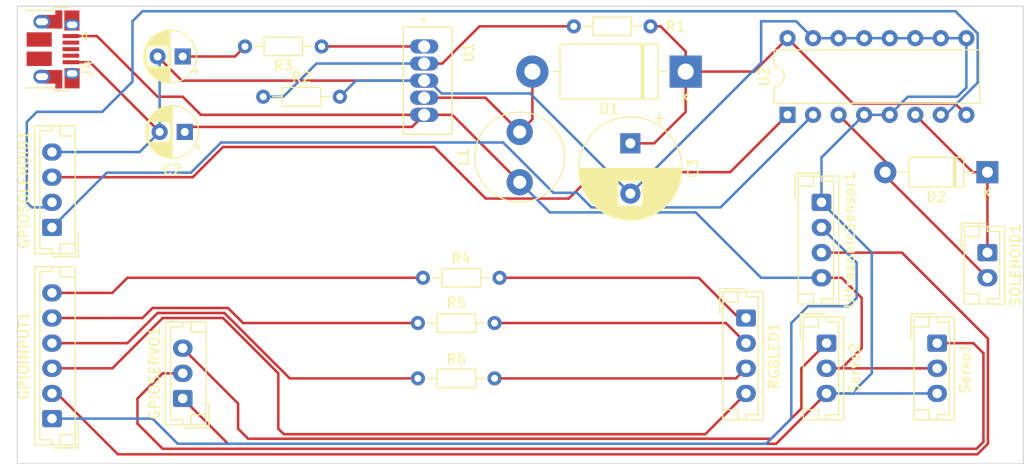
<source format=kicad_pcb>
(kicad_pcb (version 20240108) (generator "pcbnew") (generator_version "8.0")
  (layers (0 "F.Cu" signal) (31 "B.Cu" signal) (34 "B.Paste" user) (35 "F.Paste" user) (36 "B.SilkS" user "B.Silkscreen") (37 "F.SilkS" user "F.Silkscreen") (38 "B.Mask" user) (39 "F.Mask" user) (44 "Edge.Cuts" user))
  (net 0 "")
  (net 1 "+12V")
  (net 2 "Net-(D1-A)")
  (net 3 "Net-(C1-Pad1)")
  (net 4 "+5V")
  (net 5 "Net-(U1-FEEDBACK)")
  (net 6 "Net-(U1-COMP)")
  (net 7 "GND")
  (net 8 "Net-(D2-K)")
  (net 9 "Net-(D2-A)")
  (net 10 "Net-(GPIOSOLENOID1-Pin_2)")
  (net 11 "Net-(GPIOSOLENOID1-Pin_3)")
  (net 12 "Net-(GPIOSOLENOID1-Pin_1)")
  (net 17 "Net-(RGBLED1-Pin_2)")
  (net 18 "Net-(RGBLED1-Pin_1)")
  (net 19 "Net-(GPIOINPUT1-Pin_2)")
  (net 20 "Net-(GPIOINPUT1-Pin_3)")
  (net 21 "Net-(GPIOINPUT1-Pin_4)")
  (net 22 "Net-(GPIOINPUT1-Pin_5)")
  (net 23 "Net-(GPIOINPUT1-Pin_1)")
  (net 24 "Net-(GPIOINPUT1-Pin_6)")
  (net 25 "Net-(GPIOSERVO1-Pin_2)")
  (net 26 "Net-(GPIOSERVO1-Pin_3)")
  (net 27 "Net-(RGBLED1-Pin_3)")
  (footprint "Inductor_THT:L_Radial_D8.7mm_P5.00mm_Fastron_07HCP" (layer "F.Cu") (at 74.5 39.5 90)
    (property "Reference" "L1" (at 2.5 -5.6 -90) (layer "F.SilkS"))
    (property "Value" "100u")
    (pad "1" thru_hole circle (at 0 0 90) (size 2.6 2.6) (drill 1.3) (layers "*.Cu" "*.Mask") (net 4 "+5V"))
    (pad "2" thru_hole circle (at 5 0 90) (size 2.6 2.6) (drill 1.3) (layers "*.Cu" "*.Mask") (net 2 "Net-(D1-A)"))
  )
  (footprint "Connector_JST:JST_EH_B3B-EH-A_1x03_P2.50mm_Vertical" (layer "F.Cu") (at 41 61 90)
    (property "Reference" "GPIOSERVO1" (at 2.5 -2.8 -90) (layer "F.SilkS"))
    (property "Value" "Conn_01x03_Pin")
    (pad "1" thru_hole roundrect (at 0 0 90) (size 1.7 1.95) (drill 0.95) (layers "*.Cu" "*.Mask") (roundrect_rratio 0.147059) (net 7 "GND"))
    (pad "2" thru_hole oval (at 2.5 0 90) (size 1.7 1.95) (drill 0.95) (layers "*.Cu" "*.Mask") (net 25 "Net-(GPIOSERVO1-Pin_2)"))
    (pad "3" thru_hole oval (at 5 0 90) (size 1.7 1.95) (drill 0.95) (layers "*.Cu" "*.Mask") (net 26 "Net-(GPIOSERVO1-Pin_3)"))
  )
  (footprint "Capacitor_THT:CP_Radial_D5.0mm_P2.50mm" (layer "F.Cu") (at 41.205113 34.5 180)
    (property "Reference" "C2" (at 1.25 -3.75 180) (layer "F.SilkS"))
    (property "Value" "0.1u")
    (pad "1" thru_hole rect (at 0 0 180) (size 1.6 1.6) (drill 0.8) (layers "*.Cu" "*.Mask") (net 4 "+5V"))
    (pad "2" thru_hole circle (at 2.5 0 180) (size 1.6 1.6) (drill 0.8) (layers "*.Cu" "*.Mask") (net 7 "GND"))
  )
  (footprint "Diode_THT:D_DO-201AD_P15.24mm_Horizontal" (layer "F.Cu") (at 91 28.5 180)
    (property "Reference" "D1" (at 7.62 -3.72 180) (layer "F.SilkS"))
    (property "Value" "1N5821")
    (fp_text user "K" (at 0 -2.6 180) (layer "F.SilkS"))
    (pad "1" thru_hole rect (at 0 0 180) (size 3.2 3.2) (drill 1.6) (layers "*.Cu" "*.Mask") (net 1 "+12V"))
    (pad "2" thru_hole oval (at 15.24 0 180) (size 3.2 3.2) (drill 1.6) (layers "*.Cu" "*.Mask") (net 2 "Net-(D1-A)"))
  )
  (footprint "Diode_THT:D_DO-41_SOD81_P10.16mm_Horizontal" (layer "F.Cu") (at 121 38.5 180)
    (property "Reference" "D2" (at 5.08 -2.47 180) (layer "F.SilkS"))
    (property "Value" "1N4001")
    (fp_text user "K" (at 0 -2.1 180) (layer "F.SilkS"))
    (pad "1" thru_hole rect (at 0 0 180) (size 2.2 2.2) (drill 1.1) (layers "*.Cu" "*.Mask") (net 8 "Net-(D2-K)"))
    (pad "2" thru_hole oval (at 10.16 0 180) (size 2.2 2.2) (drill 1.1) (layers "*.Cu" "*.Mask") (net 9 "Net-(D2-A)"))
  )
  (footprint "Resistor_THT:R_Axial_DIN0204_L3.6mm_D1.6mm_P7.62mm_Horizontal" (layer "F.Cu") (at 64.38 59)
    (property "Reference" "R6" (at 3.81 -1.92 0) (layer "F.SilkS"))
    (property "Value" "200")
    (pad "1" thru_hole circle (at 0 0) (size 1.4 1.4) (drill 0.7) (layers "*.Cu" "*.Mask") (net 21 "Net-(GPIOINPUT1-Pin_4)"))
    (pad "2" thru_hole oval (at 7.62 0) (size 1.4 1.4) (drill 0.7) (layers "*.Cu" "*.Mask") (net 27 "Net-(RGBLED1-Pin_3)"))
  )
  (footprint "Connector_USB:USB_Micro-B_Amphenol_10103594-0001LF_Horizontal" (layer "F.Cu") (at 28.115 26.295 -90)
    (property "Reference" "J4" (at 1.925 -3.365 90) (layer "F.SilkS"))
    (property "Value" "USB_B_Micro")
    (pad "1" smd rect (at -1.325 -1.765) (size 1.65 0.4) (layers "F.Cu" "F.Paste" "F.Mask") (net 4 "+5V"))
    (pad "2" smd rect (at -0.675 -1.765) (size 1.65 0.4) (layers "F.Cu" "F.Paste" "F.Mask"))
    (pad "3" smd rect (at -0.025 -1.765) (size 1.65 0.4) (layers "F.Cu" "F.Paste" "F.Mask"))
    (pad "4" smd rect (at 0.625 -1.765) (size 1.65 0.4) (layers "F.Cu" "F.Paste" "F.Mask"))
    (pad "5" smd rect (at 1.275 -1.765) (size 1.65 0.4) (layers "F.Cu" "F.Paste" "F.Mask") (net 7 "GND"))
    (pad "6" smd rect (at -2.975 -0.565 270) (size 1.825 0.7) (layers "F.Cu" "F.Paste" "F.Mask"))
    (pad "6" smd rect (at -2.875 -1.865 270) (size 2 1.5) (layers "F.Cu" "F.Paste" "F.Mask"))
    (pad "6" smd rect (at -2.755 0.185 270) (size 1.35 2) (layers "F.Cu" "F.Paste" "F.Mask"))
    (pad "6" thru_hole oval (at -2.755 1.115) (size 1.7 1.35) (drill oval 1.2 0.7) (layers "*.Cu" "*.Mask"))
    (pad "6" thru_hole oval (at -2.445 -1.885) (size 1.5 1.1) (drill oval 1.05 0.65) (layers "*.Cu" "*.Mask"))
    (pad "6" smd rect (at -0.985 1.385) (size 2.5 1.43) (layers "F.Cu" "F.Paste" "F.Mask"))
    (pad "6" smd rect (at 0.935 1.385) (size 2.5 1.43) (layers "F.Cu" "F.Paste" "F.Mask"))
    (pad "6" thru_hole oval (at 2.395 -1.885) (size 1.5 1.1) (drill oval 1.05 0.65) (layers "*.Cu" "*.Mask"))
    (pad "6" thru_hole oval (at 2.705 1.115) (size 1.7 1.35) (drill oval 1.2 0.7) (layers "*.Cu" "*.Mask"))
    (pad "6" smd rect (at 2.725 0.185 270) (size 1.35 2) (layers "F.Cu" "F.Paste" "F.Mask"))
    (pad "6" smd rect (at 2.875 -1.885 270) (size 2 1.5) (layers "F.Cu" "F.Paste" "F.Mask"))
    (pad "6" smd rect (at 2.975 -0.565 270) (size 1.825 0.7) (layers "F.Cu" "F.Paste" "F.Mask"))
  )
  (footprint "Capacitor_THT:CP_Radial_D5.0mm_P2.50mm" (layer "F.Cu") (at 41 27 180)
    (property "Reference" "C1" (hide yes))
    (property "Value" "0.33u")
    (pad "1" thru_hole rect (at 0 0 180) (size 1.6 1.6) (drill 0.8) (layers "*.Cu" "*.Mask") (net 3 "Net-(C1-Pad1)"))
    (pad "2" thru_hole circle (at 2.5 0 180) (size 1.6 1.6) (drill 0.8) (layers "*.Cu" "*.Mask") (net 7 "GND"))
  )
  (footprint "Resistor_THT:R_Axial_DIN0204_L3.6mm_D1.6mm_P7.62mm_Horizontal" (layer "F.Cu") (at 72 53.5 180)
    (property "Reference" "R5" (at 3.81 2 180) (layer "F.SilkS"))
    (property "Value" "200")
    (pad "1" thru_hole circle (at 0 0 180) (size 1.4 1.4) (drill 0.7) (layers "*.Cu" "*.Mask") (net 17 "Net-(RGBLED1-Pin_2)"))
    (pad "2" thru_hole oval (at 7.62 0 180) (size 1.4 1.4) (drill 0.7) (layers "*.Cu" "*.Mask") (net 22 "Net-(GPIOINPUT1-Pin_5)"))
  )
  (footprint "Connector_JST:JST_EH_B4B-EH-A_1x04_P2.50mm_Vertical" (layer "F.Cu") (at 28 44 90)
    (property "Reference" "GPIOSOLENOID1" (at 3.75 -2.8 270) (layer "F.SilkS"))
    (property "Value" "GPIOSOLENOID")
    (pad "1" thru_hole roundrect (at 0 0 90) (size 1.7 1.95) (drill 0.95) (layers "*.Cu" "*.Mask") (roundrect_rratio 0.147059) (net 12 "Net-(GPIOSOLENOID1-Pin_1)"))
    (pad "2" thru_hole oval (at 2.5 0 90) (size 1.7 1.95) (drill 0.95) (layers "*.Cu" "*.Mask") (net 10 "Net-(GPIOSOLENOID1-Pin_2)"))
    (pad "3" thru_hole oval (at 5 0 90) (size 1.7 1.95) (drill 0.95) (layers "*.Cu" "*.Mask") (net 11 "Net-(GPIOSOLENOID1-Pin_3)"))
    (pad "4" thru_hole oval (at 7.5 0 90) (size 1.7 1.95) (drill 0.95) (layers "*.Cu" "*.Mask") (net 7 "GND"))
  )
  (footprint "Connector_JST:JST_EH_B4B-EH-A_1x04_P2.50mm_Vertical" (layer "F.Cu") (at 104.5 41.5 -90)
    (property "Reference" "UltrasonicSensor1" (at 3.75 -2.8 90) (layer "F.SilkS"))
    (property "Value" "Conn_01x04_Pin")
    (pad "1" thru_hole roundrect (at 0 0 270) (size 1.7 1.95) (drill 0.95) (layers "*.Cu" "*.Mask") (roundrect_rratio 0.147059) (net 7 "GND"))
    (pad "2" thru_hole oval (at 2.5 0 270) (size 1.7 1.95) (drill 0.95) (layers "*.Cu" "*.Mask") (net 23 "Net-(GPIOINPUT1-Pin_1)"))
    (pad "3" thru_hole oval (at 5 0 270) (size 1.7 1.95) (drill 0.95) (layers "*.Cu" "*.Mask") (net 19 "Net-(GPIOINPUT1-Pin_2)"))
    (pad "4" thru_hole oval (at 7.5 0 270) (size 1.7 1.95) (drill 0.95) (layers "*.Cu" "*.Mask") (net 4 "+5V"))
  )
  (footprint "Connector_JST:JST_EH_B3B-EH-A_1x03_P2.50mm_Vertical" (layer "F.Cu") (at 116 55.5 -90)
    (property "Reference" "Servo1" (at 2.5 -2.8 90) (layer "F.SilkS"))
    (property "Value" "Conn_01x03_Pin")
    (pad "1" thru_hole roundrect (at 0 0 270) (size 1.7 1.95) (drill 0.95) (layers "*.Cu" "*.Mask") (roundrect_rratio 0.147059) (net 25 "Net-(GPIOSERVO1-Pin_2)"))
    (pad "2" thru_hole oval (at 2.5 0 270) (size 1.7 1.95) (drill 0.95) (layers "*.Cu" "*.Mask") (net 4 "+5V"))
    (pad "3" thru_hole oval (at 5 0 270) (size 1.7 1.95) (drill 0.95) (layers "*.Cu" "*.Mask") (net 7 "GND"))
  )
  (footprint "Resistor_THT:R_Axial_DIN0204_L3.6mm_D1.6mm_P7.62mm_Horizontal" (layer "F.Cu") (at 54.81 26 180)
    (property "Reference" "R3" (at 3.81 -1.92 180) (layer "F.SilkS"))
    (property "Value" "2.2k")
    (pad "1" thru_hole circle (at 0 0 180) (size 1.4 1.4) (drill 0.7) (layers "*.Cu" "*.Mask") (net 6 "Net-(U1-COMP)"))
    (pad "2" thru_hole oval (at 7.62 0 180) (size 1.4 1.4) (drill 0.7) (layers "*.Cu" "*.Mask") (net 3 "Net-(C1-Pad1)"))
  )
  (footprint "Connector_JST:JST_EH_B6B-EH-A_1x06_P2.50mm_Vertical" (layer "F.Cu") (at 28 63 90)
    (property "Reference" "GPIOINPUT1" (at 6.25 -2.8 -90) (layer "F.SilkS"))
    (property "Value" "Conn_01x06_Pin")
    (pad "1" thru_hole roundrect (at 0 0 90) (size 1.7 1.95) (drill 0.95) (layers "*.Cu" "*.Mask") (roundrect_rratio 0.147059) (net 23 "Net-(GPIOINPUT1-Pin_1)"))
    (pad "2" thru_hole oval (at 2.5 0 90) (size 1.7 1.95) (drill 0.95) (layers "*.Cu" "*.Mask") (net 19 "Net-(GPIOINPUT1-Pin_2)"))
    (pad "3" thru_hole oval (at 5 0 90) (size 1.7 1.95) (drill 0.95) (layers "*.Cu" "*.Mask") (net 20 "Net-(GPIOINPUT1-Pin_3)"))
    (pad "4" thru_hole oval (at 7.5 0 90) (size 1.7 1.95) (drill 0.95) (layers "*.Cu" "*.Mask") (net 21 "Net-(GPIOINPUT1-Pin_4)"))
    (pad "5" thru_hole oval (at 10 0 90) (size 1.7 1.95) (drill 0.95) (layers "*.Cu" "*.Mask") (net 22 "Net-(GPIOINPUT1-Pin_5)"))
    (pad "6" thru_hole oval (at 12.5 0 90) (size 1.7 1.95) (drill 0.95) (layers "*.Cu" "*.Mask") (net 24 "Net-(GPIOINPUT1-Pin_6)"))
  )
  (footprint "Connector_JST:JST_EH_B3B-EH-A_1x03_P2.50mm_Vertical" (layer "F.Cu") (at 105 55.5 -90)
    (property "Reference" "Servo2" (at 2.5 -2.8 90) (layer "F.SilkS"))
    (property "Value" "Conn_01x03_Pin")
    (pad "1" thru_hole roundrect (at 0 0 270) (size 1.7 1.95) (drill 0.95) (layers "*.Cu" "*.Mask") (roundrect_rratio 0.147059) (net 26 "Net-(GPIOSERVO1-Pin_3)"))
    (pad "2" thru_hole oval (at 2.5 0 270) (size 1.7 1.95) (drill 0.95) (layers "*.Cu" "*.Mask") (net 4 "+5V"))
    (pad "3" thru_hole oval (at 5 0 270) (size 1.7 1.95) (drill 0.95) (layers "*.Cu" "*.Mask") (net 7 "GND"))
  )
  (footprint "Capacitor_THT:CP_Radial_D10.0mm_P5.00mm" (layer "F.Cu") (at 85.5 35.632323 -90)
    (property "Reference" "C3" (at 2.5 -6.25 90) (layer "F.SilkS"))
    (property "Value" "680u")
    (pad "1" thru_hole rect (at 0 0 270) (size 2 2) (drill 1) (layers "*.Cu" "*.Mask") (net 1 "+12V"))
    (pad "2" thru_hole circle (at 5 0 270) (size 2 2) (drill 1) (layers "*.Cu" "*.Mask") (net 7 "GND"))
  )
  (footprint "Connector_JST:JST_EH_B4B-EH-A_1x04_P2.50mm_Vertical" (layer "F.Cu") (at 97 53 -90)
    (property "Reference" "RGBLED1" (at 3.75 -2.8 90) (layer "F.SilkS"))
    (property "Value" "Conn_01x04_Pin")
    (pad "1" thru_hole roundrect (at 0 0 270) (size 1.7 1.95) (drill 0.95) (layers "*.Cu" "*.Mask") (roundrect_rratio 0.147059) (net 18 "Net-(RGBLED1-Pin_1)"))
    (pad "2" thru_hole oval (at 2.5 0 270) (size 1.7 1.95) (drill 0.95) (layers "*.Cu" "*.Mask") (net 17 "Net-(RGBLED1-Pin_2)"))
    (pad "3" thru_hole oval (at 5 0 270) (size 1.7 1.95) (drill 0.95) (layers "*.Cu" "*.Mask") (net 27 "Net-(RGBLED1-Pin_3)"))
    (pad "4" thru_hole oval (at 7.5 0 270) (size 1.7 1.95) (drill 0.95) (layers "*.Cu" "*.Mask") (net 20 "Net-(GPIOINPUT1-Pin_3)"))
  )
  (footprint "Kicad:VREG_LM2577T-ADJ_NOPB" (layer "F.Cu") (at 65 26 -90)
    (property "Reference" "U1" (at 0.60563 -4.38938 90) (layer "F.SilkS"))
    (property "Value" "LM2577T-ADJ_NOPB")
    (pad "1" thru_hole oval (at 0 0 270) (size 1.4 2.8) (drill 1.2) (layers "*.Cu" "*.Mask") (net 6 "Net-(U1-COMP)"))
    (pad "2" thru_hole oval (at 1.7 0 270) (size 1.4 2.8) (drill 1.2) (layers "*.Cu" "*.Mask") (net 5 "Net-(U1-FEEDBACK)"))
    (pad "3" thru_hole oval (at 3.4 0 270) (size 1.4 2.8) (drill 1.2) (layers "*.Cu" "*.Mask") (net 7 "GND"))
    (pad "4" thru_hole oval (at 5.1 0 270) (size 1.4 2.8) (drill 1.2) (layers "*.Cu" "*.Mask") (net 2 "Net-(D1-A)"))
    (pad "5" thru_hole oval (at 6.8 0 270) (size 1.4 2.8) (drill 1.2) (layers "*.Cu" "*.Mask") (net 4 "+5V"))
  )
  (footprint "Resistor_THT:R_Axial_DIN0204_L3.6mm_D1.6mm_P7.62mm_Horizontal" (layer "F.Cu") (at 87.5 24 180)
    (property "Reference" "R1" (at -2.5 0 180) (layer "F.SilkS"))
    (property "Value" "17.4k")
    (pad "1" thru_hole circle (at 0 0 180) (size 1.4 1.4) (drill 0.7) (layers "*.Cu" "*.Mask") (net 1 "+12V"))
    (pad "2" thru_hole oval (at 7.62 0 180) (size 1.4 1.4) (drill 0.7) (layers "*.Cu" "*.Mask") (net 5 "Net-(U1-FEEDBACK)"))
  )
  (footprint "Resistor_THT:R_Axial_DIN0204_L3.6mm_D1.6mm_P7.62mm_Horizontal" (layer "F.Cu") (at 49 31)
    (property "Reference" "R2" (at 3.81 -1.92 0) (layer "F.SilkS"))
    (property "Value" "2k")
    (pad "1" thru_hole circle (at 0 0) (size 1.4 1.4) (drill 0.7) (layers "*.Cu" "*.Mask") (net 5 "Net-(U1-FEEDBACK)"))
    (pad "2" thru_hole oval (at 7.62 0) (size 1.4 1.4) (drill 0.7) (layers "*.Cu" "*.Mask") (net 7 "GND"))
  )
  (footprint "Package_DIP:DIP-16_W7.62mm" (layer "F.Cu") (at 101.125 32.8 90)
    (property "Reference" "U2" (at 3.81 -2.33 -90) (layer "F.SilkS"))
    (property "Value" "L293D")
    (pad "1" thru_hole rect (at 0 0 90) (size 1.6 1.6) (drill 0.8) (layers "*.Cu" "*.Mask") (net 11 "Net-(GPIOSOLENOID1-Pin_3)"))
    (pad "2" thru_hole oval (at 0 2.54 90) (size 1.6 1.6) (drill 0.8) (layers "*.Cu" "*.Mask") (net 12 "Net-(GPIOSOLENOID1-Pin_1)"))
    (pad "3" thru_hole oval (at 0 5.08 90) (size 1.6 1.6) (drill 0.8) (layers "*.Cu" "*.Mask") (net 9 "Net-(D2-A)"))
    (pad "4" thru_hole oval (at 0 7.62 90) (size 1.6 1.6) (drill 0.8) (layers "*.Cu" "*.Mask") (net 7 "GND"))
    (pad "5" thru_hole oval (at 0 10.16 90) (size 1.6 1.6) (drill 0.8) (layers "*.Cu" "*.Mask") (net 7 "GND"))
    (pad "6" thru_hole oval (at 0 12.7 90) (size 1.6 1.6) (drill 0.8) (layers "*.Cu" "*.Mask") (net 8 "Net-(D2-K)"))
    (pad "7" thru_hole oval (at 0 15.24 90) (size 1.6 1.6) (drill 0.8) (layers "*.Cu" "*.Mask") (net 10 "Net-(GPIOSOLENOID1-Pin_2)"))
    (pad "8" thru_hole oval (at 0 17.78 90) (size 1.6 1.6) (drill 0.8) (layers "*.Cu" "*.Mask") (net 1 "+12V"))
    (pad "9" thru_hole oval (at 7.62 17.78 90) (size 1.6 1.6) (drill 0.8) (layers "*.Cu" "*.Mask") (net 7 "GND"))
    (pad "10" thru_hole oval (at 7.62 15.24 90) (size 1.6 1.6) (drill 0.8) (layers "*.Cu" "*.Mask") (net 7 "GND"))
    (pad "11" thru_hole oval (at 7.62 12.7 90) (size 1.6 1.6) (drill 0.8) (layers "*.Cu" "*.Mask") (net 7 "GND"))
    (pad "12" thru_hole oval (at 7.62 10.16 90) (size 1.6 1.6) (drill 0.8) (layers "*.Cu" "*.Mask") (net 7 "GND"))
    (pad "13" thru_hole oval (at 7.62 7.62 90) (size 1.6 1.6) (drill 0.8) (layers "*.Cu" "*.Mask") (net 7 "GND"))
    (pad "14" thru_hole oval (at 7.62 5.08 90) (size 1.6 1.6) (drill 0.8) (layers "*.Cu" "*.Mask") (net 7 "GND"))
    (pad "15" thru_hole oval (at 7.62 2.54 90) (size 1.6 1.6) (drill 0.8) (layers "*.Cu" "*.Mask") (net 7 "GND"))
    (pad "16" thru_hole oval (at 7.62 0 90) (size 1.6 1.6) (drill 0.8) (layers "*.Cu" "*.Mask") (net 1 "+12V"))
  )
  (footprint "Resistor_THT:R_Axial_DIN0204_L3.6mm_D1.6mm_P7.62mm_Horizontal" (layer "F.Cu") (at 64.88 49)
    (property "Reference" "R4" (at 3.81 -1.92 0) (layer "F.SilkS"))
    (property "Value" "200")
    (pad "1" thru_hole circle (at 0 0) (size 1.4 1.4) (drill 0.7) (layers "*.Cu" "*.Mask") (net 24 "Net-(GPIOINPUT1-Pin_6)"))
    (pad "2" thru_hole oval (at 7.62 0) (size 1.4 1.4) (drill 0.7) (layers "*.Cu" "*.Mask") (net 18 "Net-(RGBLED1-Pin_1)"))
  )
  (footprint "Connector_JST:JST_EH_B2B-EH-A_1x02_P2.50mm_Vertical" (layer "F.Cu") (at 121 46.5 -90)
    (property "Reference" "SOLENOID1" (at 1.25 -2.8 90) (layer "F.SilkS"))
    (property "Value" "Conn")
    (pad "1" thru_hole roundrect (at 0 0 270) (size 1.7 2) (drill 1) (layers "*.Cu" "*.Mask") (roundrect_rratio 0.147059) (net 8 "Net-(D2-K)"))
    (pad "2" thru_hole oval (at 2.5 0 270) (size 1.7 2) (drill 1) (layers "*.Cu" "*.Mask") (net 9 "Net-(D2-A)"))
  )
  (gr_rect (start 24.56 22) (end 124.56 67.5) (stroke (width 0.1)) (fill none) (layer "Edge.Cuts"))
  (segment (start 91 28.5) (end 91 26.5) (width 0.25) (layer "F.Cu") (net 1))
  (segment (start 118.905 32.8) (end 117.78 31.675) (width 0.25) (layer "F.Cu") (net 1))
  (segment (start 91 28.5) (end 97.805 28.5) (width 0.25) (layer "F.Cu") (net 1))
  (segment (start 85.5 35.632323) (end 87.867677 35.632323) (width 0.25) (layer "F.Cu") (net 1))
  (segment (start 97.805 28.5) (end 101.125 25.18) (width 0.25) (layer "F.Cu") (net 1))
  (segment (start 87.867677 35.632323) (end 91 32.5) (width 0.25) (layer "F.Cu") (net 1))
  (segment (start 88.5 24) (end 87.5 24) (width 0.25) (layer "F.Cu") (net 1))
  (segment (start 117.78 31.675) (end 107.62 31.675) (width 0.25) (layer "F.Cu") (net 1))
  (segment (start 107.62 31.675) (end 101.125 25.18) (width 0.25) (layer "F.Cu") (net 1))
  (segment (start 91 32.5) (end 91 28.5) (width 0.25) (layer "F.Cu") (net 1))
  (segment (start 91 26.5) (end 88.5 24) (width 0.25) (layer "F.Cu") (net 1))
  (segment (start 71.1 31.1) (end 65 31.1) (width 0.25) (layer "F.Cu") (net 2))
  (segment (start 75.76 28.5) (end 75.76 33.24) (width 0.25) (layer "F.Cu") (net 2))
  (segment (start 74.5 34.5) (end 71.1 31.1) (width 0.25) (layer "F.Cu") (net 2))
  (segment (start 75.76 33.24) (end 74.5 34.5) (width 0.25) (layer "F.Cu") (net 2))
  (segment (start 41 27) (end 46.19 27) (width 0.25) (layer "F.Cu") (net 3))
  (segment (start 46.19 27) (end 47.19 26) (width 0.25) (layer "F.Cu") (net 3))
  (segment (start 65 32.8) (end 42.8 32.8) (width 0.25) (layer "F.Cu") (net 4))
  (segment (start 38.5 31) (end 32.47 24.97) (width 0.25) (layer "F.Cu") (net 4))
  (segment (start 108.5 56) (end 108.5 51) (width 0.25) (layer "F.Cu") (net 4))
  (segment (start 32.47 24.97) (end 29.88 24.97) (width 0.25) (layer "F.Cu") (net 4))
  (segment (start 106.5 58) (end 108.5 56) (width 0.25) (layer "F.Cu") (net 4))
  (segment (start 105 58) (end 116 58) (width 0.25) (layer "F.Cu") (net 4))
  (segment (start 63.8 34) (end 65 32.8) (width 0.25) (layer "F.Cu") (net 4))
  (segment (start 42.8 32.8) (end 41 31) (width 0.25) (layer "F.Cu") (net 4))
  (segment (start 108.5 51) (end 106.5 49) (width 0.25) (layer "F.Cu") (net 4))
  (segment (start 105 58) (end 106.5 58) (width 0.25) (layer "F.Cu") (net 4))
  (segment (start 67.8 32.8) (end 74.5 39.5) (width 0.25) (layer "F.Cu") (net 4))
  (segment (start 65 32.8) (end 67.8 32.8) (width 0.25) (layer "F.Cu") (net 4))
  (segment (start 41 31) (end 38.5 31) (width 0.25) (layer "F.Cu") (net 4))
  (segment (start 106.5 49) (end 104.5 49) (width 0.25) (layer "F.Cu") (net 4))
  (segment (start 41.705113 34) (end 63.8 34) (width 0.25) (layer "F.Cu") (net 4))
  (segment (start 98.5 49) (end 104.5 49) (width 0.25) (layer "B.Cu") (net 4))
  (segment (start 92 42.5) (end 98.5 49) (width 0.25) (layer "B.Cu") (net 4))
  (segment (start 77.5 42.5) (end 92 42.5) (width 0.25) (layer "B.Cu") (net 4))
  (segment (start 74.5 39.5) (end 77.5 42.5) (width 0.25) (layer "B.Cu") (net 4))
  (segment (start 66.8 27.7) (end 65 27.7) (width 0.25) (layer "F.Cu") (net 5))
  (segment (start 70.5 24) (end 79.88 24) (width 0.25) (layer "F.Cu") (net 5))
  (segment (start 70.5 24) (end 66.8 27.7) (width 0.25) (layer "F.Cu") (net 5))
  (segment (start 49 31) (end 51 31) (width 0.25) (layer "B.Cu") (net 5))
  (segment (start 54.3 27.7) (end 65 27.7) (width 0.25) (layer "B.Cu") (net 5))
  (segment (start 51 31) (end 54.3 27.7) (width 0.25) (layer "B.Cu") (net 5))
  (segment (start 54.81 26) (end 65 26) (width 0.25) (layer "F.Cu") (net 6))
  (segment (start 100 65.5) (end 105 60.5) (width 0.25) (layer "F.Cu") (net 7))
  (segment (start 45.5 65.5) (end 100 65.5) (width 0.25) (layer "F.Cu") (net 7))
  (segment (start 40.9 29.4) (end 38.5 27) (width 0.25) (layer "F.Cu") (net 7))
  (segment (start 38.705113 34.5) (end 31.775113 27.57) (width 0.25) (layer "F.Cu") (net 7))
  (segment (start 41 61) (end 45.5 65.5) (width 0.25) (layer "F.Cu") (net 7))
  (segment (start 65 29.4) (end 40.9 29.4) (width 0.25) (layer "F.Cu") (net 7))
  (segment (start 31.775113 27.57) (end 29.88 27.57) (width 0.25) (layer "F.Cu") (net 7))
  (segment (start 113.085 31) (end 118 31) (width 0.25) (layer "B.Cu") (net 7))
  (segment (start 66.725 30.675431) (end 65.449569 29.4) (width 0.25) (layer "B.Cu") (net 7))
  (segment (start 98.5 23.5) (end 101.985 23.5) (width 0.25) (layer "B.Cu") (net 7))
  (segment (start 38.705113 34.5) (end 38.705113 27.205113) (width 0.25) (layer "B.Cu") (net 7))
  (segment (start 109.5 58.5) (end 109.5 46.5) (width 0.25) (layer "B.Cu") (net 7))
  (segment (start 38.705113 27.205113) (end 38.5 27) (width 0.25) (layer "B.Cu") (net 7))
  (segment (start 85.5 40.632323) (end 75.543108 30.675431) (width 0.25) (layer "B.Cu") (net 7))
  (segment (start 103.665 25.18) (end 106.205 25.18) (width 0.25) (layer "B.Cu") (net 7))
  (segment (start 65.449569 29.4) (end 65 29.4) (width 0.25) (layer "B.Cu") (net 7))
  (segment (start 111.285 32.8) (end 108.745 32.8) (width 0.25) (layer "B.Cu") (net 7))
  (segment (start 109.5 46.5) (end 104.5 41.5) (width 0.25) (layer "B.Cu") (net 7))
  (segment (start 28 36.5) (end 36.705113 36.5) (width 0.25) (layer "B.Cu") (net 7))
  (segment (start 118 31) (end 118.905 30.095) (width 0.25) (layer "B.Cu") (net 7))
  (segment (start 104.5 37.045) (end 108.745 32.8) (width 0.25) (layer "B.Cu") (net 7))
  (segment (start 104.5 41.5) (end 104.5 37.045) (width 0.25) (layer "B.Cu") (net 7))
  (segment (start 106.205 25.18) (end 118.905 25.18) (width 0.25) (layer "B.Cu") (net 7))
  (segment (start 36.705113 36.5) (end 38.705113 34.5) (width 0.25) (layer "B.Cu") (net 7))
  (segment (start 75.543108 30.675431) (end 66.725 30.675431) (width 0.25) (layer "B.Cu") (net 7))
  (segment (start 98.5 27.632323) (end 98.5 23.5) (width 0.25) (layer "B.Cu") (net 7))
  (segment (start 101.985 23.5) (end 103.665 25.18) (width 0.25) (layer "B.Cu") (net 7))
  (segment (start 58.22 29.4) (end 65 29.4) (width 0.25) (layer "B.Cu") (net 7))
  (segment (start 111.285 32.8) (end 113.085 31) (width 0.25) (layer "B.Cu") (net 7))
  (segment (start 56.62 31) (end 58.22 29.4) (width 0.25) (layer "B.Cu") (net 7))
  (segment (start 105 60.5) (end 107.5 60.5) (width 0.25) (layer "B.Cu") (net 7))
  (segment (start 118.905 30.095) (end 118.905 25.18) (width 0.25) (layer "B.Cu") (net 7))
  (segment (start 107.5 60.5) (end 109.5 58.5) (width 0.25) (layer "B.Cu") (net 7))
  (segment (start 85.5 40.632323) (end 98.5 27.632323) (width 0.25) (layer "B.Cu") (net 7))
  (segment (start 105 60.5) (end 116 60.5) (width 0.25) (layer "B.Cu") (net 7))
  (segment (start 121 38.5) (end 119.525 38.5) (width 0.25) (layer "F.Cu") (net 8))
  (segment (start 121 46.5) (end 121 38.5) (width 0.25) (layer "F.Cu") (net 8))
  (segment (start 119.525 38.5) (end 113.825 32.8) (width 0.25) (layer "F.Cu") (net 8))
  (segment (start 110.84 37.435) (end 110.84 38.5) (width 0.25) (layer "F.Cu") (net 9))
  (segment (start 110.84 38.5) (end 110.84 38.84) (width 0.25) (layer "F.Cu") (net 9))
  (segment (start 106.205 32.8) (end 110.84 37.435) (width 0.25) (layer "F.Cu") (net 9))
  (segment (start 110.84 38.84) (end 121 49) (width 0.25) (layer "F.Cu") (net 9))
  (segment (start 33 32.5) (end 36 29.5) (width 0.25) (layer "B.Cu") (net 10))
  (segment (start 26.5 32.5) (end 33 32.5) (width 0.25) (layer "B.Cu") (net 10))
  (segment (start 36 23.5) (end 37 22.5) (width 0.25) (layer "B.Cu") (net 10))
  (segment (start 37 22.5) (end 117.815991 22.5) (width 0.25) (layer "B.Cu") (net 10))
  (segment (start 116.836396 32.8) (end 116.365 32.8) (width 0.25) (layer "B.Cu") (net 10))
  (segment (start 36 29.5) (end 36 23.5) (width 0.25) (layer "B.Cu") (net 10))
  (segment (start 25.5 33.5) (end 26.5 32.5) (width 0.25) (layer "B.Cu") (net 10))
  (segment (start 25.5 41.5) (end 25.5 33.5) (width 0.25) (layer "B.Cu") (net 10))
  (segment (start 120.03 24.714009) (end 120.03 29.606396) (width 0.25) (layer "B.Cu") (net 10))
  (segment (start 26 42) (end 25.5 41.5) (width 0.25) (layer "B.Cu") (net 10))
  (segment (start 120.03 29.606396) (end 116.836396 32.8) (width 0.25) (layer "B.Cu") (net 10))
  (segment (start 28 41.5) (end 27.5 42) (width 0.25) (layer "B.Cu") (net 10))
  (segment (start 117.815991 22.5) (end 120.03 24.714009) (width 0.25) (layer "B.Cu") (net 10))
  (segment (start 27.5 42) (end 26 42) (width 0.25) (layer "B.Cu") (net 10))
  (segment (start 45 36) (end 66 36) (width 0.25) (layer "F.Cu") (net 11))
  (segment (start 95.425 38.5) (end 101.125 32.8) (width 0.25) (layer "F.Cu") (net 11))
  (segment (start 82 38.5) (end 95.425 38.5) (width 0.25) (layer "F.Cu") (net 11))
  (segment (start 71.125 41.125) (end 79.375 41.125) (width 0.25) (layer "F.Cu") (net 11))
  (segment (start 28 39) (end 42 39) (width 0.25) (layer "F.Cu") (net 11))
  (segment (start 66 36) (end 71.125 41.125) (width 0.25) (layer "F.Cu") (net 11))
  (segment (start 79.375 41.125) (end 82 38.5) (width 0.25) (layer "F.Cu") (net 11))
  (segment (start 42 39) (end 45 36) (width 0.25) (layer "F.Cu") (net 11))
  (segment (start 77.848098 40.55) (end 80.186396 40.55) (width 0.25) (layer "B.Cu") (net 12))
  (segment (start 72.848098 35.55) (end 77.848098 40.55) (width 0.25) (layer "B.Cu") (net 12))
  (segment (start 33.45 38.55) (end 41.813604 38.55) (width 0.25) (layer "B.Cu") (net 12))
  (segment (start 44.813604 35.55) (end 72.848098 35.55) (width 0.25) (layer "B.Cu") (net 12))
  (segment (start 28 44) (end 33.45 38.55) (width 0.25) (layer "B.Cu") (net 12))
  (segment (start 81.636396 42) (end 94.465 42) (width 0.25) (layer "B.Cu") (net 12))
  (segment (start 94.465 42) (end 103.665 32.8) (width 0.25) (layer "B.Cu") (net 12))
  (segment (start 80.186396 40.55) (end 81.636396 42) (width 0.25) (layer "B.Cu") (net 12))
  (segment (start 41.813604 38.55) (end 44.813604 35.55) (width 0.25) (layer "B.Cu") (net 12))
  (segment (start 72 53.5) (end 95 53.5) (width 0.25) (layer "F.Cu") (net 17))
  (segment (start 95 53.5) (end 97 55.5) (width 0.25) (layer "F.Cu") (net 17))
  (segment (start 92.286701 49) (end 96.286701 53) (width 0.25) (layer "F.Cu") (net 18))
  (segment (start 72.5 49) (end 92.286701 49) (width 0.25) (layer "F.Cu") (net 18))
  (segment (start 96.286701 53) (end 97 53) (width 0.25) (layer "F.Cu") (net 18))
  (segment (start 121.05 55.05) (end 121.05 65.5) (width 0.25) (layer "F.Cu") (net 19))
  (segment (start 120 66.55) (end 34.55 66.55) (width 0.25) (layer "F.Cu") (net 19))
  (segment (start 112.5 46.5) (end 121.05 55.05) (width 0.25) (layer "F.Cu") (net 19))
  (segment (start 104.5 46.5) (end 112.5 46.5) (width 0.25) (layer "F.Cu") (net 19))
  (segment (start 121.05 65.5) (end 120 66.55) (width 0.25) (layer "F.Cu") (net 19))
  (segment (start 28.5 60.5) (end 28 60.5) (width 0.25) (layer "F.Cu") (net 19))
  (segment (start 34.55 66.55) (end 28.5 60.5) (width 0.25) (layer "F.Cu") (net 19))
  (segment (start 45 53) (end 50.5 58.5) (width 0.25) (layer "F.Cu") (net 20))
  (segment (start 34 58) (end 39 53) (width 0.25) (layer "F.Cu") (net 20))
  (segment (start 50.5 64) (end 51.05 64.55) (width 0.25) (layer "F.Cu") (net 20))
  (segment (start 50.5 58.5) (end 50.5 64) (width 0.25) (layer "F.Cu") (net 20))
  (segment (start 92.95 64.55) (end 97 60.5) (width 0.25) (layer "F.Cu") (net 20))
  (segment (start 28 58) (end 34 58) (width 0.25) (layer "F.Cu") (net 20))
  (segment (start 51.05 64.55) (end 92.95 64.55) (width 0.25) (layer "F.Cu") (net 20))
  (segment (start 39 53) (end 45 53) (width 0.25) (layer "F.Cu") (net 20))
  (segment (start 64.38 59) (end 51.636396 59) (width 0.25) (layer "F.Cu") (net 21))
  (segment (start 51.636396 59) (end 51.568198 58.931802) (width 0.25) (layer "F.Cu") (net 21))
  (segment (start 38.5 52.5) (end 45.136396 52.5) (width 0.25) (layer "F.Cu") (net 21))
  (segment (start 45.136396 52.5) (end 51.568198 58.931802) (width 0.25) (layer "F.Cu") (net 21))
  (segment (start 28 55.5) (end 35.5 55.5) (width 0.25) (layer "F.Cu") (net 21))
  (segment (start 35.5 55.5) (end 38.5 52.5) (width 0.25) (layer "F.Cu") (net 21))
  (segment (start 47 53.5) (end 64.38 53.5) (width 0.25) (layer "F.Cu") (net 22))
  (segment (start 38 52) (end 45.5 52) (width 0.25) (layer "F.Cu") (net 22))
  (segment (start 28 53) (end 37 53) (width 0.25) (layer "F.Cu") (net 22))
  (segment (start 37 53) (end 38 52) (width 0.25) (layer "F.Cu") (net 22))
  (segment (start 45.5 52) (end 47 53.5) (width 0.25) (layer "F.Cu") (net 22))
  (segment (start 101.5 53.5) (end 103.175 51.825) (width 0.25) (layer "B.Cu") (net 23))
  (segment (start 101.5 63) (end 101.5 53.5) (width 0.25) (layer "B.Cu") (net 23))
  (segment (start 28 63) (end 38 63) (width 0.25) (layer "B.Cu") (net 23))
  (segment (start 103.175 51.825) (end 107.175 51.825) (width 0.25) (layer "B.Cu") (net 23))
  (segment (start 38 63) (end 40.5 65.5) (width 0.25) (layer "B.Cu") (net 23))
  (segment (start 108 47.5) (end 104.5 44) (width 0.25) (layer "B.Cu") (net 23))
  (segment (start 40.5 65.5) (end 99 65.5) (width 0.25) (layer "B.Cu") (net 23))
  (segment (start 99 65.5) (end 101.5 63) (width 0.25) (layer "B.Cu") (net 23))
  (segment (start 108 51) (end 108 47.5) (width 0.25) (layer "B.Cu") (net 23))
  (segment (start 107.175 51.825) (end 108 51) (width 0.25) (layer "B.Cu") (net 23))
  (segment (start 35.5 49) (end 34 50.5) (width 0.25) (layer "F.Cu") (net 24))
  (segment (start 64.88 49) (end 35.5 49) (width 0.25) (layer "F.Cu") (net 24))
  (segment (start 28 50.5) (end 34 50.5) (width 0.25) (layer "F.Cu") (net 24))
  (segment (start 120.6 56.5) (end 120.6 65.313604) (width 0.25) (layer "F.Cu") (net 25))
  (segment (start 36.5 61) (end 39 58.5) (width 0.25) (layer "F.Cu") (net 25))
  (segment (start 119.913604 66) (end 39 66) (width 0.25) (layer "F.Cu") (net 25))
  (segment (start 39 58.5) (end 41 58.5) (width 0.25) (layer "F.Cu") (net 25))
  (segment (start 119.6 55.5) (end 120.6 56.5) (width 0.25) (layer "F.Cu") (net 25))
  (segment (start 39 66) (end 36.5 63.5) (width 0.25) (layer "F.Cu") (net 25))
  (segment (start 36.5 63.5) (end 36.5 61) (width 0.25) (layer "F.Cu") (net 25))
  (segment (start 116 55.5) (end 119.6 55.5) (width 0.25) (layer "F.Cu") (net 25))
  (segment (start 120.6 65.313604) (end 119.913604 66) (width 0.25) (layer "F.Cu") (net 25))
  (segment (start 102.5 58) (end 105 55.5) (width 0.25) (layer "F.Cu") (net 26))
  (segment (start 47.5 65) (end 99.5 65) (width 0.25) (layer "F.Cu") (net 26))
  (segment (start 46.5 64) (end 47.5 65) (width 0.25) (layer "F.Cu") (net 26))
  (segment (start 99.5 65) (end 102.5 62) (width 0.25) (layer "F.Cu") (net 26))
  (segment (start 102.5 62) (end 102.5 58) (width 0.25) (layer "F.Cu") (net 26))
  (segment (start 46.5 61.5) (end 46.5 64) (width 0.25) (layer "F.Cu") (net 26))
  (segment (start 41 56) (end 46.5 61.5) (width 0.25) (layer "F.Cu") (net 26))
  (segment (start 72 59) (end 96 59) (width 0.25) (layer "F.Cu") (net 27))
  (segment (start 96 59) (end 97 58) (width 0.25) (layer "F.Cu") (net 27))
)
</source>
